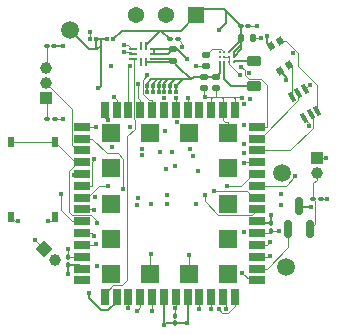
<source format=gbr>
%TF.GenerationSoftware,KiCad,Pcbnew,9.0.2*%
%TF.CreationDate,2025-11-14T19:25:59+05:30*%
%TF.ProjectId,Nade,4e616465-2e6b-4696-9361-645f70636258,rev?*%
%TF.SameCoordinates,Original*%
%TF.FileFunction,Copper,L1,Top*%
%TF.FilePolarity,Positive*%
%FSLAX46Y46*%
G04 Gerber Fmt 4.6, Leading zero omitted, Abs format (unit mm)*
G04 Created by KiCad (PCBNEW 9.0.2) date 2025-11-14 19:25:59*
%MOMM*%
%LPD*%
G01*
G04 APERTURE LIST*
G04 Aperture macros list*
%AMRoundRect*
0 Rectangle with rounded corners*
0 $1 Rounding radius*
0 $2 $3 $4 $5 $6 $7 $8 $9 X,Y pos of 4 corners*
0 Add a 4 corners polygon primitive as box body*
4,1,4,$2,$3,$4,$5,$6,$7,$8,$9,$2,$3,0*
0 Add four circle primitives for the rounded corners*
1,1,$1+$1,$2,$3*
1,1,$1+$1,$4,$5*
1,1,$1+$1,$6,$7*
1,1,$1+$1,$8,$9*
0 Add four rect primitives between the rounded corners*
20,1,$1+$1,$2,$3,$4,$5,0*
20,1,$1+$1,$4,$5,$6,$7,0*
20,1,$1+$1,$6,$7,$8,$9,0*
20,1,$1+$1,$8,$9,$2,$3,0*%
%AMRotRect*
0 Rectangle, with rotation*
0 The origin of the aperture is its center*
0 $1 length*
0 $2 width*
0 $3 Rotation angle, in degrees counterclockwise*
0 Add horizontal line*
21,1,$1,$2,0,0,$3*%
G04 Aperture macros list end*
%TA.AperFunction,ComponentPad*%
%ADD10C,1.000000*%
%TD*%
%TA.AperFunction,ComponentPad*%
%ADD11R,1.000000X1.000000*%
%TD*%
%TA.AperFunction,SMDPad,CuDef*%
%ADD12C,1.500000*%
%TD*%
%TA.AperFunction,ComponentPad*%
%ADD13C,1.500000*%
%TD*%
%TA.AperFunction,SMDPad,CuDef*%
%ADD14RoundRect,0.140000X0.170000X-0.140000X0.170000X0.140000X-0.170000X0.140000X-0.170000X-0.140000X0*%
%TD*%
%TA.AperFunction,SMDPad,CuDef*%
%ADD15R,1.350000X0.650000*%
%TD*%
%TA.AperFunction,SMDPad,CuDef*%
%ADD16R,0.650000X1.350000*%
%TD*%
%TA.AperFunction,SMDPad,CuDef*%
%ADD17R,1.500000X1.500000*%
%TD*%
%TA.AperFunction,SMDPad,CuDef*%
%ADD18RoundRect,0.100000X-0.100000X0.130000X-0.100000X-0.130000X0.100000X-0.130000X0.100000X0.130000X0*%
%TD*%
%TA.AperFunction,SMDPad,CuDef*%
%ADD19R,0.558800X0.950500*%
%TD*%
%TA.AperFunction,SMDPad,CuDef*%
%ADD20RoundRect,0.140000X-0.170000X0.140000X-0.170000X-0.140000X0.170000X-0.140000X0.170000X0.140000X0*%
%TD*%
%TA.AperFunction,SMDPad,CuDef*%
%ADD21RoundRect,0.100000X-0.130000X-0.100000X0.130000X-0.100000X0.130000X0.100000X-0.130000X0.100000X0*%
%TD*%
%TA.AperFunction,SMDPad,CuDef*%
%ADD22RoundRect,0.075000X-0.125000X-0.075000X0.125000X-0.075000X0.125000X0.075000X-0.125000X0.075000X0*%
%TD*%
%TA.AperFunction,SMDPad,CuDef*%
%ADD23RoundRect,0.100000X0.100000X-0.130000X0.100000X0.130000X-0.100000X0.130000X-0.100000X-0.130000X0*%
%TD*%
%TA.AperFunction,SMDPad,CuDef*%
%ADD24RoundRect,0.100000X0.130000X0.100000X-0.130000X0.100000X-0.130000X-0.100000X0.130000X-0.100000X0*%
%TD*%
%TA.AperFunction,SMDPad,CuDef*%
%ADD25RotRect,0.510000X0.630000X210.000000*%
%TD*%
%TA.AperFunction,SMDPad,CuDef*%
%ADD26RoundRect,0.140000X-0.140000X-0.170000X0.140000X-0.170000X0.140000X0.170000X-0.140000X0.170000X0*%
%TD*%
%TA.AperFunction,ComponentPad*%
%ADD27R,1.371600X1.371600*%
%TD*%
%TA.AperFunction,ComponentPad*%
%ADD28C,1.371600*%
%TD*%
%TA.AperFunction,SMDPad,CuDef*%
%ADD29RotRect,0.838200X0.355600X300.000000*%
%TD*%
%TA.AperFunction,SMDPad,CuDef*%
%ADD30RoundRect,0.218750X-0.381250X0.218750X-0.381250X-0.218750X0.381250X-0.218750X0.381250X0.218750X0*%
%TD*%
%TA.AperFunction,SMDPad,CuDef*%
%ADD31R,0.174998X0.774200*%
%TD*%
%TA.AperFunction,SMDPad,CuDef*%
%ADD32R,0.200000X0.800000*%
%TD*%
%TA.AperFunction,SMDPad,CuDef*%
%ADD33R,0.800000X0.200000*%
%TD*%
%TA.AperFunction,SMDPad,CuDef*%
%ADD34C,0.228600*%
%TD*%
%TA.AperFunction,SMDPad,CuDef*%
%ADD35RoundRect,0.135000X-0.185000X0.135000X-0.185000X-0.135000X0.185000X-0.135000X0.185000X0.135000X0*%
%TD*%
%TA.AperFunction,ComponentPad*%
%ADD36RotRect,1.000000X1.000000X225.000000*%
%TD*%
%TA.AperFunction,SMDPad,CuDef*%
%ADD37RoundRect,0.150000X0.150000X-0.587500X0.150000X0.587500X-0.150000X0.587500X-0.150000X-0.587500X0*%
%TD*%
%TA.AperFunction,ViaPad*%
%ADD38C,0.400000*%
%TD*%
%TA.AperFunction,Conductor*%
%ADD39C,0.100000*%
%TD*%
%TA.AperFunction,Conductor*%
%ADD40C,0.200000*%
%TD*%
G04 APERTURE END LIST*
D10*
%TO.P,Pyro,2,Pin_2*%
%TO.N,Net-(J6-Pin_2)*%
X142775000Y-101085000D03*
D11*
%TO.P,Pyro,1,Pin_1*%
%TO.N,GND*%
X142775000Y-99815000D03*
%TD*%
D12*
%TO.P,TP4,1,1*%
%TO.N,/PA11*%
X121925000Y-88975000D03*
%TD*%
D13*
%TO.P,GND,1,1*%
%TO.N,GND*%
X140225000Y-109025000D03*
%TD*%
D14*
%TO.P,C7,1*%
%TO.N,GND*%
X133384500Y-92035000D03*
%TO.P,C7,2*%
%TO.N,Net-(U1-VCC)*%
X133384500Y-91075000D03*
%TD*%
D15*
%TO.P,MCU1,1,PA6*%
%TO.N,/PA6*%
X122930000Y-97150000D03*
%TO.P,MCU1,2,PA7*%
%TO.N,/PA7*%
X122930000Y-98150000D03*
%TO.P,MCU1,3,BOOT0*%
%TO.N,Net-(J2-Pin_2)*%
X122930000Y-99150000D03*
%TO.P,MCU1,4,RESET*%
%TO.N,RESET'*%
X122930000Y-100150000D03*
%TO.P,MCU1,5,GND*%
%TO.N,GND*%
X122930000Y-101150000D03*
%TO.P,MCU1,6,PA9*%
%TO.N,Net-(J3-Pin_1)*%
X122930000Y-102150000D03*
%TO.P,MCU1,7,PC13*%
%TO.N,Net-(J3-Pin_2)*%
X122930000Y-103150000D03*
%TO.P,MCU1,8,PB11*%
%TO.N,Net-(J3-Pin_3)*%
X122930000Y-104150000D03*
%TO.P,MCU1,9,PB10*%
%TO.N,Net-(J3-Pin_4)*%
X122930000Y-105150000D03*
%TO.P,MCU1,10,PB12*%
%TO.N,Net-(J3-Pin_5)*%
X122930000Y-106150000D03*
%TO.P,MCU1,11,PB13*%
%TO.N,Net-(J3-Pin_6)*%
X122930000Y-107150000D03*
%TO.P,MCU1,12,GND*%
%TO.N,GND*%
X122930000Y-108150000D03*
%TO.P,MCU1,13,VDD*%
%TO.N,VDD*%
X122930000Y-109150000D03*
%TO.P,MCU1,14,PB1*%
%TO.N,unconnected-(MCU1-PB1-Pad14)*%
X122930000Y-110150000D03*
D16*
%TO.P,MCU1,15,PB2*%
%TO.N,/PB2*%
X124850000Y-111580000D03*
%TO.P,MCU1,16,PA11*%
%TO.N,/PA11*%
X125850000Y-111580000D03*
%TO.P,MCU1,17,PA10*%
%TO.N,/PA10*%
X126850000Y-111580000D03*
%TO.P,MCU1,18,PA12*%
%TO.N,Net-(J3-Pin_7)*%
X127850000Y-111580000D03*
%TO.P,MCU1,19,PB14*%
%TO.N,Net-(J3-Pin_8)*%
X128850000Y-111580000D03*
%TO.P,MCU1,20,VREF+*%
%TO.N,VDD*%
X129850000Y-111580000D03*
%TO.P,MCU1,21,GND*%
%TO.N,GND*%
X130850000Y-111580000D03*
%TO.P,MCU1,22,VDD*%
%TO.N,VDD*%
X131850000Y-111580000D03*
%TO.P,MCU1,23,PA13*%
%TO.N,/PA13*%
X132850000Y-111580000D03*
%TO.P,MCU1,24,PA14*%
%TO.N,/PA14*%
X133850000Y-111580000D03*
%TO.P,MCU1,25,PA15*%
%TO.N,/PA15*%
X134850000Y-111580000D03*
%TO.P,MCU1,26,PB3*%
%TO.N,/PB3*%
X135850000Y-111580000D03*
D15*
%TO.P,MCU1,27,PB4*%
%TO.N,Net-(J3-Pin_9)*%
X137770000Y-110150000D03*
%TO.P,MCU1,28,PB5*%
%TO.N,/PB5*%
X137770000Y-109150000D03*
%TO.P,MCU1,29,PB6*%
%TO.N,Net-(J7-Pin_1)*%
X137770000Y-108150000D03*
%TO.P,MCU1,30,PB7*%
%TO.N,Net-(J7-Pin_2)*%
X137770000Y-107150000D03*
%TO.P,MCU1,31,GND*%
%TO.N,GND*%
X137770000Y-106150000D03*
%TO.P,MCU1,32,VDD*%
%TO.N,VDD*%
X137770000Y-105150000D03*
%TO.P,MCU1,33,PC1*%
%TO.N,/PC1*%
X137770000Y-104150000D03*
%TO.P,MCU1,34,PC0*%
%TO.N,/PC0*%
X137770000Y-103150000D03*
%TO.P,MCU1,35,PC6*%
%TO.N,Net-(J3-Pin_14)*%
X137770000Y-102150000D03*
%TO.P,MCU1,36,PA3*%
%TO.N,/PA3*%
X137770000Y-101150000D03*
%TO.P,MCU1,37,PA2*%
%TO.N,/PA2*%
X137770000Y-100150000D03*
%TO.P,MCU1,38,PB15*%
%TO.N,/PB15*%
X137770000Y-99150000D03*
%TO.P,MCU1,39,PB9*%
%TO.N,/PB9*%
X137770000Y-98150000D03*
%TO.P,MCU1,40,PB8*%
%TO.N,Net-(J3-Pin_13)*%
X137770000Y-97150000D03*
D16*
%TO.P,MCU1,41,GND*%
%TO.N,GND*%
X135850000Y-95720000D03*
%TO.P,MCU1,42,GND*%
X134850000Y-95720000D03*
%TO.P,MCU1,43,GND*%
X133850000Y-95720000D03*
%TO.P,MCU1,44*%
%TO.N,N/C*%
X132850000Y-95720000D03*
%TO.P,MCU1,45,GND*%
%TO.N,GND*%
X131850000Y-95720000D03*
%TO.P,MCU1,46,GND*%
X130850000Y-95720000D03*
%TO.P,MCU1,47,PA0*%
%TO.N,/PA0*%
X129850000Y-95720000D03*
%TO.P,MCU1,48,PC2*%
%TO.N,Net-(J3-Pin_12)*%
X128850000Y-95720000D03*
%TO.P,MCU1,49,PA8*%
%TO.N,Net-(J3-Pin_11)*%
X127850000Y-95720000D03*
%TO.P,MCU1,50,PA5*%
%TO.N,Net-(J3-Pin_10)*%
X126850000Y-95720000D03*
%TO.P,MCU1,51,PA4*%
%TO.N,/PA4*%
X125850000Y-95720000D03*
%TO.P,MCU1,52,PA1*%
%TO.N,/PA1*%
X124850000Y-95720000D03*
D17*
%TO.P,MCU1,53,GND*%
%TO.N,GND*%
X125400000Y-97650000D03*
%TO.P,MCU1,54,GND*%
X125400000Y-100650000D03*
%TO.P,MCU1,55,GND*%
X125400000Y-103650000D03*
%TO.P,MCU1,56,GND*%
X125400000Y-106650000D03*
%TO.P,MCU1,57,GND*%
X125400000Y-109650000D03*
%TO.P,MCU1,58,GND*%
X128700000Y-109650000D03*
%TO.P,MCU1,59,GND*%
X132000000Y-109650000D03*
%TO.P,MCU1,60,GND*%
X135300000Y-109650000D03*
%TO.P,MCU1,61,GND*%
X135300000Y-106650000D03*
%TO.P,MCU1,62,GND*%
X135300000Y-103650000D03*
%TO.P,MCU1,63,GND*%
X135300000Y-100650000D03*
%TO.P,MCU1,64,GND*%
X135300000Y-97650000D03*
%TO.P,MCU1,65,GND*%
X132000000Y-97650000D03*
%TO.P,MCU1,66,GND*%
X128700000Y-97650000D03*
%TD*%
D18*
%TO.P,C2,1*%
%TO.N,GND*%
X121715000Y-108205000D03*
%TO.P,C2,2*%
%TO.N,VDD*%
X121715000Y-108845000D03*
%TD*%
D19*
%TO.P,SW3,1,1*%
%TO.N,GND*%
X116935801Y-104815649D03*
%TO.P,SW3,2,2*%
X120635799Y-104815649D03*
%TO.P,SW3,3,3*%
%TO.N,RESET'*%
X120635799Y-98454951D03*
%TO.P,SW3,4,4*%
X116935801Y-98454951D03*
%TD*%
D20*
%TO.P,C9,1*%
%TO.N,VDD*%
X134285400Y-92900000D03*
%TO.P,C9,2*%
%TO.N,GND*%
X134285400Y-93860000D03*
%TD*%
D21*
%TO.P,C6,1*%
%TO.N,Net-(SW2-A)*%
X136343800Y-88585000D03*
%TO.P,C6,2*%
%TO.N,GND*%
X136983800Y-88585000D03*
%TD*%
D22*
%TO.P,R11,1*%
%TO.N,/PA11*%
X125031600Y-89741100D03*
%TO.P,R11,2*%
%TO.N,Net-(SW2-A)*%
X125531600Y-89741100D03*
%TD*%
D23*
%TO.P,C4,1*%
%TO.N,GND*%
X138915000Y-105970000D03*
%TO.P,C4,2*%
%TO.N,VDD*%
X138915000Y-105330000D03*
%TD*%
D24*
%TO.P,R8,1*%
%TO.N,VDD*%
X120585000Y-90275000D03*
%TO.P,R8,2*%
%TO.N,Net-(J2-Pin_3)*%
X119945000Y-90275000D03*
%TD*%
D18*
%TO.P,C3,1*%
%TO.N,GND*%
X130815000Y-113155000D03*
%TO.P,C3,2*%
%TO.N,VDD*%
X130815000Y-113795000D03*
%TD*%
D25*
%TO.P,D1,A*%
%TO.N,VDD*%
X138895628Y-90340500D03*
%TO.P,D1,C*%
%TO.N,Net-(U4-DRAIN1)*%
X139692372Y-89880500D03*
%TD*%
D26*
%TO.P,C5,1*%
%TO.N,Net-(SW2-A)*%
X136409200Y-89595000D03*
%TO.P,C5,2*%
%TO.N,GND*%
X137369200Y-89595000D03*
%TD*%
D27*
%TO.P,SW2,1,A*%
%TO.N,Net-(SW2-A)*%
X132544800Y-87719000D03*
D28*
%TO.P,SW2,2,B*%
%TO.N,Net-(J4-Pin_1)*%
X130004796Y-87718997D03*
%TO.P,SW2,3,C*%
%TO.N,unconnected-(SW2-C-Pad3)*%
X127464800Y-87719000D03*
%TD*%
D29*
%TO.P,U4,1,SOURCE1*%
%TO.N,GND*%
X141790215Y-93966922D03*
%TO.P,U4,2,GATE1*%
%TO.N,/PB9*%
X141227300Y-94291921D03*
%TO.P,U4,3,DRAIN2*%
%TO.N,Net-(U4-DRAIN2)*%
X140664385Y-94616919D03*
%TO.P,U4,4,SOURCE2*%
%TO.N,GND*%
X141705785Y-96420678D03*
%TO.P,U4,5,GATE2*%
%TO.N,/PB15*%
X142268700Y-96095679D03*
%TO.P,U4,6,DRAIN1*%
%TO.N,Net-(U4-DRAIN1)*%
X142831615Y-95770681D03*
%TD*%
D25*
%TO.P,D2,A*%
%TO.N,VDD*%
X139676228Y-92393100D03*
%TO.P,D2,C*%
%TO.N,Net-(U4-DRAIN2)*%
X140472972Y-91933100D03*
%TD*%
D24*
%TO.P,R9,1*%
%TO.N,GND*%
X120615800Y-96478900D03*
%TO.P,R9,2*%
%TO.N,Net-(J2-Pin_1)*%
X119975800Y-96478900D03*
%TD*%
D30*
%TO.P,L1,1,1*%
%TO.N,Net-(U1-SW1)*%
X137490400Y-91547500D03*
%TO.P,L1,2,2*%
%TO.N,Net-(U1-SW2)*%
X137490400Y-93672500D03*
%TD*%
D31*
%TO.P,U2,1,NC*%
%TO.N,unconnected-(U2-NC-Pad1)*%
X127893101Y-91700124D03*
D32*
%TO.P,U2,2,IN+*%
%TO.N,VDD*%
X128305599Y-91688025D03*
D33*
%TO.P,U2,3,IN+*%
X129005649Y-91387999D03*
%TO.P,U2,4,IN-*%
%TO.N,Net-(R10-Pad1)*%
X129005649Y-90988000D03*
%TO.P,U2,5,IN-*%
X129005649Y-90588001D03*
D32*
%TO.P,U2,6,V+*%
%TO.N,Net-(SW2-A)*%
X128305599Y-90287975D03*
%TO.P,U2,7,NC*%
%TO.N,unconnected-(U2-NC-Pad7)*%
X127905601Y-90287975D03*
D33*
%TO.P,U2,8,REF*%
%TO.N,GND*%
X127205551Y-90588001D03*
%TO.P,U2,9,GND*%
X127205551Y-90988000D03*
%TO.P,U2,10,OUT*%
%TO.N,/PB2*%
X127205551Y-91387999D03*
%TD*%
D21*
%TO.P,C10,1*%
%TO.N,Net-(SW2-A)*%
X130370400Y-89725000D03*
%TO.P,C10,2*%
%TO.N,GND*%
X131010400Y-89725000D03*
%TD*%
D34*
%TO.P,U1,A1,IN*%
%TO.N,Net-(SW2-A)*%
X135764500Y-90837300D03*
%TO.P,U1,A2,IN*%
X135764499Y-91237299D03*
%TO.P,U1,A3,SW1*%
%TO.N,Net-(U1-SW1)*%
X135764500Y-91637301D03*
%TO.P,U1,B1,IN*%
%TO.N,Net-(SW2-A)*%
X135364498Y-90837300D03*
%TO.P,U1,B2,AGND*%
%TO.N,GND*%
X135364500Y-91237300D03*
%TO.P,U1,B3,GND*%
X135364501Y-91637299D03*
%TO.P,U1,C1,VCC*%
%TO.N,Net-(U1-VCC)*%
X134964499Y-90837301D03*
%TO.P,U1,C2,EN*%
%TO.N,GND*%
X134964500Y-91237300D03*
%TO.P,U1,C3,SW2*%
%TO.N,Net-(U1-SW2)*%
X134964502Y-91637300D03*
%TO.P,U1,D1,NC*%
%TO.N,unconnected-(U1-NC-PadD1)*%
X134564500Y-90837299D03*
%TO.P,U1,D2,RSV*%
%TO.N,unconnected-(U1-RSV-PadD2)*%
X134564501Y-91237301D03*
%TO.P,U1,D3,OUT*%
%TO.N,VDD*%
X134564500Y-91637300D03*
%TD*%
D22*
%TO.P,R12,1*%
%TO.N,GND*%
X123581600Y-89741100D03*
%TO.P,R12,2*%
%TO.N,/PA11*%
X124081600Y-89741100D03*
%TD*%
D35*
%TO.P,R10,1*%
%TO.N,Net-(R10-Pad1)*%
X130590399Y-90575000D03*
%TO.P,R10,2*%
%TO.N,VDD*%
X130590401Y-91595000D03*
%TD*%
D11*
%TO.P,J2,1,Pin_1*%
%TO.N,Net-(J2-Pin_1)*%
X119905000Y-94695000D03*
D10*
%TO.P,J2,2,Pin_2*%
%TO.N,Net-(J2-Pin_2)*%
X119905000Y-93424999D03*
%TO.P,J2,3,Pin_3*%
%TO.N,Net-(J2-Pin_3)*%
X119905001Y-92154997D03*
%TD*%
D20*
%TO.P,C8,1*%
%TO.N,VDD*%
X133285400Y-92930000D03*
%TO.P,C8,2*%
%TO.N,GND*%
X133285400Y-93890000D03*
%TD*%
D36*
%TO.P,Buzz,1,Pin_1*%
%TO.N,GND*%
X119725000Y-107515000D03*
D10*
%TO.P,Buzz,2,Pin_2*%
%TO.N,Net-(J8-Pin_2)*%
X120623026Y-108413026D03*
%TD*%
D12*
%TO.P,VDD,1,1*%
%TO.N,VDD*%
X139875000Y-101075000D03*
%TD*%
D37*
%TO.P,Q2,1,D*%
%TO.N,VDD*%
X141295000Y-103887500D03*
%TO.P,Q2,2,G*%
%TO.N,/PB5*%
X140345001Y-105762501D03*
%TO.P,Q2,3,S*%
%TO.N,Net-(J6-Pin_2)*%
X142245000Y-105762500D03*
%TD*%
D21*
%TO.P,R18,1*%
%TO.N,Net-(J6-Pin_2)*%
X142495000Y-103275000D03*
%TO.P,R18,2*%
%TO.N,GND*%
X143135000Y-103275000D03*
%TD*%
D38*
%TO.N,VDD*%
X142300000Y-103900000D03*
%TO.N,Net-(J7-Pin_2)*%
X138800000Y-106900000D03*
%TO.N,Net-(J7-Pin_1)*%
X138800000Y-108100000D03*
%TO.N,Net-(J3-Pin_6)*%
X124133900Y-107072100D03*
X136656900Y-106083500D03*
X136656900Y-96992300D03*
%TO.N,Net-(J3-Pin_3)*%
X132741800Y-100853000D03*
X123921700Y-104225900D03*
%TO.N,Net-(J3-Pin_11)*%
X127683100Y-93550200D03*
%TO.N,Net-(J3-Pin_8)*%
X130987500Y-96722400D03*
X128819400Y-112734600D03*
%TO.N,Net-(J3-Pin_7)*%
X129930500Y-97473700D03*
X127556900Y-112734600D03*
%TO.N,Net-(J3-Pin_5)*%
X125417800Y-98829700D03*
X123949500Y-106393400D03*
%TO.N,Net-(J3-Pin_13)*%
X136411400Y-92054600D03*
%TO.N,Net-(J3-Pin_4)*%
X121181600Y-102831300D03*
X136655300Y-98574500D03*
%TO.N,/PA10*%
X126800000Y-112500000D03*
%TO.N,/PA7*%
X126405000Y-102400000D03*
%TO.N,/PA13*%
X132800000Y-112600000D03*
%TO.N,/PA14*%
X133800000Y-112600000D03*
%TO.N,/PA15*%
X135100000Y-112550000D03*
%TO.N,/PB3*%
X134500000Y-112600000D03*
%TO.N,Net-(J3-Pin_12)*%
X128399700Y-92803800D03*
X137091000Y-92619500D03*
%TO.N,Net-(J3-Pin_2)*%
X125090000Y-102168700D03*
X136655300Y-99387000D03*
%TO.N,/PA2*%
X136600000Y-100200000D03*
%TO.N,Net-(J3-Pin_9)*%
X136660200Y-95259600D03*
X136500000Y-109500000D03*
%TO.N,Net-(J3-Pin_1)*%
X123973100Y-99913400D03*
X132287500Y-99624300D03*
%TO.N,Net-(J3-Pin_10)*%
X126968100Y-92000500D03*
X137121300Y-94759100D03*
%TO.N,Net-(J3-Pin_14)*%
X140975300Y-101325800D03*
X140766000Y-90935800D03*
%TO.N,/PA11*%
X123500000Y-111200000D03*
X124300000Y-93900000D03*
%TO.N,/PA3*%
X135200000Y-102200000D03*
%TO.N,/PA1*%
X125080000Y-96600000D03*
%TO.N,/PA4*%
X125600000Y-94600000D03*
%TO.N,/PC0*%
X134100000Y-102600000D03*
%TO.N,Net-(R10-Pad1)*%
X131800000Y-91400000D03*
%TO.N,Net-(SW2-A)*%
X134525000Y-88925000D03*
%TO.N,/PA6*%
X124100000Y-97200000D03*
%TO.N,/PC1*%
X133300000Y-102900000D03*
%TO.N,RESET'*%
X124200000Y-105300000D03*
%TO.N,VDD*%
X139875000Y-101075000D03*
X129900000Y-94200000D03*
X130100000Y-102900000D03*
X130900000Y-94200000D03*
X127600000Y-103800000D03*
X130400000Y-93700000D03*
X131800000Y-113800000D03*
X140200000Y-93200000D03*
X139800000Y-103800000D03*
X130900000Y-93700000D03*
X121300000Y-90300000D03*
X130400000Y-94200000D03*
X129900000Y-94700000D03*
X124000000Y-103100000D03*
X129500000Y-99300000D03*
X124191000Y-108898000D03*
X128400000Y-94200000D03*
X138600000Y-89500000D03*
X128900000Y-94200000D03*
X129900000Y-113900000D03*
X129400000Y-93700000D03*
X130000000Y-100700000D03*
X132100000Y-99000000D03*
X138900000Y-104600000D03*
X128900000Y-93700000D03*
X129900000Y-93700000D03*
X128400000Y-93700000D03*
X121700000Y-109600000D03*
X127700000Y-103200000D03*
X129400000Y-94200000D03*
%TO.N,GND*%
X130901000Y-94699500D03*
X117500000Y-105100000D03*
X143600000Y-99800000D03*
X135300000Y-103700000D03*
X125400000Y-97700000D03*
X125400000Y-106600000D03*
X126500000Y-90200000D03*
X127000000Y-97200000D03*
X121300000Y-96500000D03*
X128000000Y-99500000D03*
X135300000Y-100700000D03*
X135300000Y-109700000D03*
X120000000Y-105100000D03*
X130800000Y-100500000D03*
X125400000Y-103700000D03*
X130800000Y-112500000D03*
X131900000Y-94700000D03*
X125400000Y-92000000D03*
X133300000Y-94600000D03*
X135300000Y-106700000D03*
X139800000Y-102800000D03*
X142200000Y-93600000D03*
X142100000Y-97100000D03*
X138100000Y-89600000D03*
X137700000Y-88600000D03*
X121714000Y-107520000D03*
X128000000Y-99000000D03*
X132000000Y-97700000D03*
X128700000Y-97700000D03*
X132000000Y-108000000D03*
X136300000Y-92800000D03*
X139600000Y-106000000D03*
X125400000Y-100600000D03*
X125400000Y-109700000D03*
X131400000Y-90400000D03*
X122200000Y-101200000D03*
X123587000Y-89140700D03*
X130097000Y-103719000D03*
X126500000Y-90800000D03*
X130500000Y-99300000D03*
X132600000Y-92000000D03*
X132600000Y-103700000D03*
X128764900Y-107950000D03*
X118900000Y-106700000D03*
X136500000Y-94700000D03*
X128800000Y-103700000D03*
X143700000Y-103300000D03*
%TD*%
D39*
%TO.N,Net-(J6-Pin_2)*%
X142495000Y-101905000D02*
X142495000Y-103275000D01*
X142775000Y-101625000D02*
X142495000Y-101905000D01*
X142775000Y-101085000D02*
X142775000Y-101625000D01*
X142651000Y-103431000D02*
X142495000Y-103275000D01*
X142651000Y-105356500D02*
X142651000Y-103431000D01*
X142245000Y-105762500D02*
X142651000Y-105356500D01*
%TO.N,/PB5*%
X138545000Y-109150000D02*
X140345001Y-107349999D01*
X137770000Y-109150000D02*
X138545000Y-109150000D01*
X140345001Y-107349999D02*
X140345001Y-105762501D01*
%TO.N,Net-(J3-Pin_9)*%
X137150000Y-110150000D02*
X137770000Y-110150000D01*
X136500000Y-109500000D02*
X137150000Y-110150000D01*
D40*
%TO.N,VDD*%
X142300000Y-103900000D02*
X141307500Y-103900000D01*
X141307500Y-103900000D02*
X141295000Y-103887500D01*
D39*
%TO.N,GND*%
X128700000Y-108000000D02*
X128700000Y-109650000D01*
X128750000Y-107950000D02*
X128700000Y-108000000D01*
X128764900Y-107950000D02*
X128750000Y-107950000D01*
%TO.N,Net-(U4-DRAIN1)*%
X141200000Y-90873411D02*
X141200000Y-92000000D01*
X140207089Y-89880500D02*
X141200000Y-90873411D01*
X141200000Y-92000000D02*
X142831615Y-93631615D01*
X139692372Y-89880500D02*
X140207089Y-89880500D01*
X142831615Y-95770681D02*
X142831615Y-93631615D01*
%TO.N,GND*%
X132000000Y-108000000D02*
X132000000Y-109650000D01*
%TO.N,Net-(J7-Pin_2)*%
X138550000Y-107150000D02*
X137770000Y-107150000D01*
X138800000Y-106900000D02*
X138550000Y-107150000D01*
%TO.N,Net-(J7-Pin_1)*%
X138750000Y-108150000D02*
X137770000Y-108150000D01*
X138800000Y-108100000D02*
X138750000Y-108150000D01*
%TO.N,Net-(J3-Pin_6)*%
X124056000Y-107150000D02*
X124133900Y-107072100D01*
X122930000Y-107150000D02*
X124056000Y-107150000D01*
%TO.N,Net-(J3-Pin_3)*%
X123832600Y-104225900D02*
X123756700Y-104150000D01*
X123921700Y-104225900D02*
X123832600Y-104225900D01*
X122930000Y-104150000D02*
X123756700Y-104150000D01*
%TO.N,Net-(J3-Pin_11)*%
X127850000Y-95720000D02*
X127850000Y-94893300D01*
X127683100Y-94726400D02*
X127683100Y-93550200D01*
X127850000Y-94893300D02*
X127683100Y-94726400D01*
%TO.N,Net-(J3-Pin_8)*%
X128850000Y-112704000D02*
X128850000Y-111580000D01*
X128819400Y-112734600D02*
X128850000Y-112704000D01*
%TO.N,Net-(J3-Pin_7)*%
X127850000Y-112441500D02*
X127850000Y-111580000D01*
X127556900Y-112734600D02*
X127850000Y-112441500D01*
%TO.N,Net-(J3-Pin_5)*%
X122930000Y-106150000D02*
X123756700Y-106150000D01*
X123756700Y-106200600D02*
X123949500Y-106393400D01*
X123756700Y-106150000D02*
X123756700Y-106200600D01*
%TO.N,Net-(J3-Pin_13)*%
X137770000Y-97150000D02*
X138596700Y-97150000D01*
X138596700Y-93638000D02*
X138596700Y-97150000D01*
X138041200Y-93082500D02*
X138596700Y-93638000D01*
X137056700Y-93082500D02*
X138041200Y-93082500D01*
X136739300Y-92765100D02*
X137056700Y-93082500D01*
X136739300Y-92382500D02*
X136739300Y-92765100D01*
X136411400Y-92054600D02*
X136739300Y-92382500D01*
%TO.N,Net-(J3-Pin_4)*%
X121181600Y-104228300D02*
X121181600Y-102831300D01*
X122103300Y-105150000D02*
X121181600Y-104228300D01*
X122930000Y-105150000D02*
X122103300Y-105150000D01*
%TO.N,/PA10*%
X126800000Y-111630000D02*
X126850000Y-111580000D01*
X126800000Y-112500000D02*
X126800000Y-111630000D01*
%TO.N,/PA7*%
X126400000Y-102395000D02*
X126405000Y-102400000D01*
X126400000Y-99848000D02*
X126400000Y-102395000D01*
X125952000Y-99400000D02*
X126400000Y-99848000D01*
X125000000Y-99400000D02*
X125952000Y-99400000D01*
X123750000Y-98150000D02*
X125000000Y-99400000D01*
X122930000Y-98150000D02*
X123750000Y-98150000D01*
%TO.N,/PA13*%
X132850000Y-112550000D02*
X132850000Y-111580000D01*
X132800000Y-112600000D02*
X132850000Y-112550000D01*
%TO.N,/PA14*%
X133850000Y-112550000D02*
X133850000Y-111580000D01*
X133800000Y-112600000D02*
X133850000Y-112550000D01*
%TO.N,/PA15*%
X135100000Y-111830000D02*
X134850000Y-111580000D01*
X135100000Y-112550000D02*
X135100000Y-111830000D01*
%TO.N,/PB3*%
X135850000Y-112350000D02*
X135850000Y-111580000D01*
X135300000Y-112900000D02*
X135850000Y-112350000D01*
X134800000Y-112900000D02*
X135300000Y-112900000D01*
X134500000Y-112600000D02*
X134800000Y-112900000D01*
%TO.N,Net-(J3-Pin_12)*%
X128040200Y-93163300D02*
X128399700Y-92803800D01*
X128040200Y-94351600D02*
X128040200Y-93163300D01*
X128581900Y-94893300D02*
X128040200Y-94351600D01*
X128850000Y-94893300D02*
X128581900Y-94893300D01*
X128850000Y-95720000D02*
X128850000Y-94893300D01*
%TO.N,Net-(J3-Pin_2)*%
X124342000Y-102168700D02*
X125090000Y-102168700D01*
X123360700Y-103150000D02*
X124342000Y-102168700D01*
X122930000Y-103150000D02*
X123360700Y-103150000D01*
%TO.N,/PB15*%
X140546000Y-99150000D02*
X137770000Y-99150000D01*
X142451000Y-97245400D02*
X140546000Y-99150000D01*
X142451000Y-96278000D02*
X142451000Y-97245400D01*
X142269000Y-96095700D02*
X142451000Y-96278000D01*
X142268700Y-96095700D02*
X142269000Y-96095700D01*
%TO.N,/PA2*%
X136650000Y-100150000D02*
X137770000Y-100150000D01*
X136600000Y-100200000D02*
X136650000Y-100150000D01*
%TO.N,Net-(J3-Pin_1)*%
X123756700Y-100129800D02*
X123973100Y-99913400D01*
X123756700Y-102150000D02*
X123756700Y-100129800D01*
X122930000Y-102150000D02*
X123756700Y-102150000D01*
%TO.N,Net-(J3-Pin_10)*%
X126850000Y-92118600D02*
X126968100Y-92000500D01*
X126850000Y-94893300D02*
X126850000Y-92118600D01*
X126850000Y-95720000D02*
X126850000Y-94893300D01*
%TO.N,Net-(J3-Pin_14)*%
X140151100Y-102150000D02*
X140975300Y-101325800D01*
X137770000Y-102150000D02*
X140151100Y-102150000D01*
D40*
%TO.N,/PA11*%
X125850000Y-111178000D02*
X125850000Y-111580000D01*
X125850000Y-111982000D02*
X125850000Y-111580000D01*
X125132000Y-112700000D02*
X125850000Y-111982000D01*
X124568000Y-112700000D02*
X125132000Y-112700000D01*
X123500000Y-111632000D02*
X124568000Y-112700000D01*
X123500000Y-111200000D02*
X123500000Y-111632000D01*
X124500000Y-93700000D02*
X124300000Y-93900000D01*
X124500000Y-90300000D02*
X124500000Y-93700000D01*
X124081600Y-89741100D02*
X124081600Y-90600000D01*
X123550000Y-90600000D02*
X124081600Y-90600000D01*
X121925000Y-88975000D02*
X123550000Y-90600000D01*
X124200000Y-90600000D02*
X124500000Y-90300000D01*
X124081600Y-90600000D02*
X124200000Y-90600000D01*
X124082000Y-89741100D02*
X124557000Y-89741100D01*
X124557000Y-89741100D02*
X124580400Y-89741100D01*
X124580400Y-89741100D02*
X125032000Y-89741100D01*
X124580400Y-89741100D02*
X125031600Y-89741100D01*
X124557000Y-89963500D02*
X124557000Y-89741100D01*
X124500000Y-90020500D02*
X124557000Y-89963500D01*
X124500000Y-89741100D02*
X124500000Y-90020500D01*
X124500000Y-90020500D02*
X124500000Y-90300000D01*
D39*
%TO.N,Net-(J2-Pin_2)*%
X122580000Y-99150000D02*
X122930000Y-99150000D01*
X122104000Y-98674000D02*
X122580000Y-99150000D01*
X122104000Y-95624000D02*
X122104000Y-98674000D01*
X119905000Y-93425000D02*
X122104000Y-95624000D01*
%TO.N,Net-(J2-Pin_1)*%
X119975800Y-95622500D02*
X119975800Y-96478900D01*
X119976000Y-95622300D02*
X119975800Y-95622500D01*
X119976000Y-96478900D02*
X119976000Y-95622300D01*
X119976000Y-94765800D02*
X119905000Y-94695000D01*
X119976000Y-95622300D02*
X119976000Y-94765800D01*
%TO.N,Net-(J2-Pin_3)*%
X119945000Y-92115000D02*
X119905000Y-92155000D01*
X119945000Y-90275000D02*
X119945000Y-92115000D01*
%TO.N,/PA3*%
X137420000Y-101150000D02*
X137770000Y-101150000D01*
X136370000Y-102200000D02*
X137420000Y-101150000D01*
X135200000Y-102200000D02*
X136370000Y-102200000D01*
%TO.N,/PA1*%
X124850000Y-96370000D02*
X125080000Y-96600000D01*
X124850000Y-95720000D02*
X124850000Y-96370000D01*
%TO.N,/PA4*%
X125850000Y-94850000D02*
X125600000Y-94600000D01*
X125850000Y-95720000D02*
X125850000Y-94850000D01*
%TO.N,/PC0*%
X137420000Y-103150000D02*
X137770000Y-103150000D01*
X136870000Y-102600000D02*
X137420000Y-103150000D01*
X134100000Y-102600000D02*
X136870000Y-102600000D01*
%TO.N,/PB2*%
X127326000Y-91508400D02*
X127206000Y-91388000D01*
X127326000Y-96526000D02*
X127326000Y-91508400D01*
X127400000Y-96600000D02*
X127326000Y-96526000D01*
X127400000Y-97296400D02*
X127400000Y-96600000D01*
X126756000Y-97940400D02*
X127400000Y-97296400D01*
X126756000Y-110096000D02*
X126756000Y-97940400D01*
X126301000Y-110551000D02*
X126756000Y-110096000D01*
X125577000Y-110551000D02*
X126301000Y-110551000D01*
X124850000Y-111278000D02*
X125577000Y-110551000D01*
X124850000Y-111580000D02*
X124850000Y-111278000D01*
X127205600Y-91388000D02*
X127206000Y-91388000D01*
D40*
%TO.N,Net-(R10-Pad1)*%
X130975000Y-90575000D02*
X131800000Y-91400000D01*
X130590000Y-90575000D02*
X130975000Y-90575000D01*
X130577000Y-90588000D02*
X130590000Y-90575000D01*
X129006000Y-90588000D02*
X130577000Y-90588000D01*
X130177000Y-90988000D02*
X130590000Y-90575000D01*
X129006000Y-90988000D02*
X130177000Y-90988000D01*
X130590400Y-90575000D02*
X130590000Y-90575000D01*
X129005600Y-90588000D02*
X129005600Y-90988000D01*
X129005600Y-90988000D02*
X129006000Y-90988000D01*
%TO.N,Net-(U1-SW1)*%
X137490400Y-91547500D02*
X137490000Y-91547500D01*
X135809400Y-91592400D02*
X135764500Y-91637300D01*
X135809500Y-91592400D02*
X135809400Y-91592400D01*
X135854000Y-91547500D02*
X135809500Y-91592400D01*
X137490000Y-91547500D02*
X135854000Y-91547500D01*
X135809500Y-91592400D02*
X135765000Y-91637300D01*
%TO.N,Net-(U1-SW2)*%
X135572000Y-93672500D02*
X137490000Y-93672500D01*
X134965000Y-93064500D02*
X135572000Y-93672500D01*
X134965000Y-91637300D02*
X134965000Y-93064500D01*
X134964500Y-91637300D02*
X134965000Y-91637300D01*
X137490400Y-93672500D02*
X137490000Y-93672500D01*
D39*
%TO.N,Net-(U1-VCC)*%
X133384500Y-91075000D02*
X133385000Y-91075000D01*
X134964500Y-90837300D02*
X134964700Y-90837100D01*
X134699000Y-90572000D02*
X134964700Y-90837100D01*
X133888000Y-90572000D02*
X134699000Y-90572000D01*
X133385000Y-91075000D02*
X133888000Y-90572000D01*
X134964700Y-90837100D02*
X134965000Y-90837300D01*
D40*
%TO.N,Net-(SW2-A)*%
X135079000Y-88370600D02*
X134525000Y-88925000D01*
X135079000Y-87320600D02*
X135079000Y-88370600D01*
X135079000Y-87320600D02*
X136344000Y-88585000D01*
X134959000Y-87200000D02*
X135079000Y-87320600D01*
X133064000Y-87200000D02*
X134959000Y-87200000D01*
X132545000Y-87719000D02*
X133064000Y-87200000D01*
X126273000Y-89000000D02*
X129500000Y-89000000D01*
X125532000Y-89741100D02*
X126273000Y-89000000D01*
X128306000Y-90194400D02*
X128306000Y-90288000D01*
X129500000Y-89000000D02*
X128306000Y-90194400D01*
X136409000Y-88650400D02*
X136344000Y-88585000D01*
X136409000Y-89595000D02*
X136409000Y-88650400D01*
X136409200Y-89595000D02*
X136409000Y-89595000D01*
X128305600Y-90288000D02*
X128306000Y-90288000D01*
X125531600Y-89741100D02*
X125532000Y-89741100D01*
X135764500Y-91209400D02*
X135778700Y-91223600D01*
X135764500Y-91148200D02*
X135764500Y-91209400D01*
X135764500Y-90837300D02*
X135764500Y-91148200D01*
X135764500Y-91148200D02*
X135764500Y-91237300D01*
X135765000Y-91237300D02*
X135778700Y-91223600D01*
X132544800Y-87719000D02*
X132545000Y-87719000D01*
X130370400Y-89725000D02*
X130370000Y-89725000D01*
X136343800Y-88585000D02*
X136344000Y-88585000D01*
X136400000Y-90200000D02*
X136409000Y-90190800D01*
X136400000Y-90201800D02*
X136400000Y-90200000D01*
X135765000Y-90837300D02*
X136400000Y-90201800D01*
X136409000Y-90190800D02*
X136409000Y-89595000D01*
X136409000Y-90590800D02*
X136409000Y-90190800D01*
X136400000Y-90600000D02*
X136409000Y-90590800D01*
X136400000Y-90601800D02*
X136400000Y-90600000D01*
X135778700Y-91223600D02*
X136400000Y-90601800D01*
X129500000Y-89000000D02*
X129645000Y-89000000D01*
X129645000Y-89000000D02*
X130370000Y-89725000D01*
X131264000Y-89000000D02*
X129645000Y-89000000D01*
X132545000Y-87719000D02*
X131264000Y-89000000D01*
X129645000Y-89000000D02*
X129500000Y-89000000D01*
X135712300Y-90489100D02*
X135364000Y-90837300D01*
X135364500Y-90836900D02*
X135364500Y-90837300D01*
X135712300Y-90489100D02*
X135364500Y-90836900D01*
X136409000Y-89792600D02*
X135712300Y-90489100D01*
X136409000Y-90190800D02*
X136409000Y-89792600D01*
D39*
%TO.N,Net-(J6-Pin_2)*%
X142495000Y-101365000D02*
X142775000Y-101085000D01*
%TO.N,/PA6*%
X124050000Y-97150000D02*
X124100000Y-97200000D01*
X122930000Y-97150000D02*
X124050000Y-97150000D01*
%TO.N,/PC1*%
X133300000Y-103452000D02*
X133300000Y-102900000D01*
X134423000Y-104575000D02*
X133300000Y-103452000D01*
X137345000Y-104575000D02*
X134423000Y-104575000D01*
X137770000Y-104150000D02*
X137345000Y-104575000D01*
%TO.N,/PB9*%
X141227300Y-94501900D02*
X141227300Y-94291900D01*
X141227000Y-94502200D02*
X141227300Y-94501900D01*
X141227000Y-94291900D02*
X141227000Y-94502200D01*
X137982000Y-98150000D02*
X137770000Y-98150000D01*
X141227000Y-94905100D02*
X137982000Y-98150000D01*
X141227000Y-94502200D02*
X141227000Y-94905100D01*
%TO.N,RESET'*%
X122580000Y-100150000D02*
X122930000Y-100150000D01*
X121849000Y-100881000D02*
X122580000Y-100150000D01*
X121849000Y-104371000D02*
X121849000Y-100881000D01*
X122104000Y-104626000D02*
X121849000Y-104371000D01*
X123708000Y-104626000D02*
X122104000Y-104626000D01*
X124200000Y-105118000D02*
X123708000Y-104626000D01*
X124200000Y-105300000D02*
X124200000Y-105118000D01*
X116935900Y-98454900D02*
X116936000Y-98455000D01*
X116935800Y-98454900D02*
X116935900Y-98454900D01*
X116936000Y-98455000D02*
X118786000Y-98455000D01*
X122331000Y-100150000D02*
X122930000Y-100150000D01*
X120636000Y-98455000D02*
X122331000Y-100150000D01*
X118786000Y-98455000D02*
X120636000Y-98455000D01*
%TO.N,Net-(U4-DRAIN2)*%
X140664400Y-94406600D02*
X140664400Y-94616900D01*
X140664000Y-94406200D02*
X140664400Y-94406600D01*
X140664000Y-92124400D02*
X140664000Y-94406200D01*
X140473000Y-91933100D02*
X140664000Y-92124400D01*
X140664000Y-94406200D02*
X140664000Y-94616900D01*
%TO.N,Net-(U4-DRAIN1)*%
X139692400Y-89880500D02*
X139692000Y-89880500D01*
D40*
%TO.N,VDD*%
X130900000Y-94200000D02*
X130900000Y-93700000D01*
X131850000Y-113750000D02*
X131800000Y-113800000D01*
X131850000Y-111580000D02*
X131850000Y-113750000D01*
X137950000Y-105330000D02*
X137770000Y-105150000D01*
X138915000Y-105330000D02*
X137950000Y-105330000D01*
X129400000Y-94200000D02*
X129400000Y-93700000D01*
X130800000Y-93130000D02*
X131470000Y-93130000D01*
X128770000Y-93130000D02*
X129300000Y-93130000D01*
X128400000Y-93500000D02*
X128770000Y-93130000D01*
X128400000Y-93700000D02*
X128400000Y-93500000D01*
X130400000Y-94200000D02*
X130400000Y-93700000D01*
X128900000Y-94200000D02*
X128900000Y-93700000D01*
X129850000Y-113850000D02*
X129850000Y-111580000D01*
X129900000Y-113900000D02*
X129850000Y-113850000D01*
X130400000Y-93530000D02*
X130800000Y-93130000D01*
X130400000Y-93700000D02*
X130400000Y-93530000D01*
X132125000Y-93130000D02*
X131470000Y-93130000D01*
X129400000Y-93430000D02*
X129700000Y-93130000D01*
X129400000Y-93700000D02*
X129400000Y-93430000D01*
X128400000Y-94200000D02*
X128400000Y-93700000D01*
X121275000Y-90275000D02*
X121300000Y-90300000D01*
X120585000Y-90275000D02*
X121275000Y-90275000D01*
X122625000Y-108845000D02*
X122930000Y-109150000D01*
X121715000Y-108845000D02*
X122625000Y-108845000D01*
X128900000Y-93530000D02*
X129300000Y-93130000D01*
X128900000Y-93700000D02*
X128900000Y-93530000D01*
X131470000Y-93130000D02*
X130900000Y-93700000D01*
X129900000Y-94200000D02*
X129900000Y-93700000D01*
X130005000Y-113795000D02*
X129900000Y-113900000D01*
X130815000Y-113795000D02*
X130005000Y-113795000D01*
X129900000Y-93430000D02*
X130200000Y-93130000D01*
X129900000Y-93700000D02*
X129900000Y-93430000D01*
X129300000Y-93130000D02*
X129700000Y-93130000D01*
X121715000Y-109585000D02*
X121700000Y-109600000D01*
X121715000Y-108845000D02*
X121715000Y-109585000D01*
X131795000Y-113795000D02*
X131800000Y-113800000D01*
X130815000Y-113795000D02*
X131795000Y-113795000D01*
X130383000Y-91388000D02*
X130590000Y-91595000D01*
X129006000Y-91388000D02*
X130383000Y-91388000D01*
X138900000Y-105315000D02*
X138915000Y-105330000D01*
X138900000Y-104600000D02*
X138900000Y-105315000D01*
X133285400Y-92929600D02*
X133285400Y-92930000D01*
X133300000Y-92915000D02*
X133285400Y-92929600D01*
X132170000Y-93130000D02*
X132125000Y-93130000D01*
X132370000Y-92930000D02*
X132170000Y-93130000D01*
X133285000Y-92930000D02*
X132370000Y-92930000D01*
X133300000Y-92915000D02*
X133285000Y-92930000D01*
X130590400Y-91595400D02*
X130590400Y-91595000D01*
X131070000Y-92075000D02*
X130590400Y-91595400D01*
X132125000Y-93130000D02*
X131070000Y-92075000D01*
X131070000Y-92075000D02*
X130590000Y-91595000D01*
X134564500Y-92128600D02*
X134564500Y-91637300D01*
X134565000Y-92129100D02*
X134564500Y-92128600D01*
X134565000Y-91637300D02*
X134565000Y-92129100D01*
X129700000Y-93130000D02*
X130200000Y-93130000D01*
X130200000Y-93130000D02*
X130800000Y-93130000D01*
X139676200Y-92393200D02*
X139676200Y-92393100D01*
X139938000Y-92655000D02*
X139676200Y-92393200D01*
X140200000Y-92916900D02*
X139938000Y-92655000D01*
X140200000Y-93200000D02*
X140200000Y-92916900D01*
X139938000Y-92655000D02*
X139676000Y-92393100D01*
X128306000Y-91688000D02*
X128429600Y-91688000D01*
X130497000Y-91688000D02*
X130590000Y-91595000D01*
X128429600Y-91688000D02*
X130497000Y-91688000D01*
X128429600Y-91688000D02*
X128305600Y-91688000D01*
X138600000Y-90044800D02*
X138896000Y-90340500D01*
X138600000Y-89500000D02*
X138600000Y-90044800D01*
X133315000Y-92900000D02*
X133300000Y-92915000D01*
X134285000Y-92900000D02*
X133315000Y-92900000D01*
X134565000Y-92620900D02*
X134285000Y-92900000D01*
X134565000Y-92129100D02*
X134565000Y-92620900D01*
D39*
%TO.N,GND*%
X134700000Y-94600000D02*
X135400000Y-94600000D01*
X130815000Y-112515000D02*
X130800000Y-112500000D01*
X130815000Y-113155000D02*
X130815000Y-112515000D01*
X134850000Y-94750000D02*
X134700000Y-94600000D01*
X134850000Y-95720000D02*
X134850000Y-94750000D01*
X134200000Y-94600000D02*
X134700000Y-94600000D01*
X121279000Y-96478900D02*
X121300000Y-96500000D01*
X120616000Y-96478900D02*
X121279000Y-96478900D01*
X142790000Y-99800000D02*
X142775000Y-99815000D01*
X143600000Y-99800000D02*
X142790000Y-99800000D01*
X118910000Y-106700000D02*
X119725000Y-107515000D01*
X118900000Y-106700000D02*
X118910000Y-106700000D01*
X130850000Y-94750000D02*
X130850000Y-95720000D01*
X130901000Y-94699500D02*
X130850000Y-94750000D01*
X133850000Y-94750000D02*
X134000000Y-94600000D01*
X133850000Y-95720000D02*
X133850000Y-94750000D01*
X121715000Y-107521000D02*
X121714000Y-107520000D01*
X121715000Y-108205000D02*
X121715000Y-107521000D01*
X122880000Y-101200000D02*
X122930000Y-101150000D01*
X122200000Y-101200000D02*
X122880000Y-101200000D01*
X131850000Y-94750000D02*
X131850000Y-95720000D01*
X131900000Y-94700000D02*
X131850000Y-94750000D01*
X122875000Y-108205000D02*
X122930000Y-108150000D01*
X121715000Y-108205000D02*
X122875000Y-108205000D01*
X137685000Y-88585000D02*
X137700000Y-88600000D01*
X136984000Y-88585000D02*
X137685000Y-88585000D01*
X130850000Y-112450000D02*
X130800000Y-112500000D01*
X130850000Y-111580000D02*
X130850000Y-112450000D01*
X138735000Y-106150000D02*
X138915000Y-105970000D01*
X137770000Y-106150000D02*
X138735000Y-106150000D01*
X138945000Y-106000000D02*
X138915000Y-105970000D01*
X139600000Y-106000000D02*
X138945000Y-106000000D01*
X133300000Y-94600000D02*
X134000000Y-94600000D01*
X134000000Y-94600000D02*
X134200000Y-94600000D01*
X135300000Y-106700000D02*
X135300000Y-106650000D01*
X135051600Y-96748300D02*
X135300000Y-96748300D01*
X134850000Y-96546700D02*
X135051600Y-96748300D01*
X134850000Y-95720000D02*
X134850000Y-96546700D01*
X135300000Y-97650000D02*
X135300000Y-96748300D01*
X135364500Y-91750400D02*
X135364500Y-91637300D01*
X135365000Y-91750900D02*
X135364500Y-91750400D01*
X135365000Y-91864500D02*
X136300000Y-92800000D01*
X135365000Y-91750900D02*
X135365000Y-91864500D01*
X135300000Y-103700000D02*
X135300000Y-103650000D01*
X141902900Y-96617800D02*
X141705800Y-96420700D01*
X141903000Y-96617800D02*
X141902900Y-96617800D01*
X142100000Y-96814900D02*
X141903000Y-96617800D01*
X142100000Y-97100000D02*
X142100000Y-96814900D01*
X141903000Y-96617800D02*
X141706000Y-96420700D01*
X128700000Y-97700000D02*
X128700000Y-97650000D01*
X125400000Y-106600000D02*
X125400000Y-106650000D01*
X135300000Y-109700000D02*
X135300000Y-109650000D01*
X132000000Y-97700000D02*
X132000000Y-97650000D01*
X133285400Y-94237300D02*
X133285400Y-93890000D01*
X133285000Y-94237700D02*
X133285400Y-94237300D01*
X133285000Y-93890000D02*
X133285000Y-94237700D01*
X133285000Y-94585400D02*
X133300000Y-94600000D01*
X133285000Y-94237700D02*
X133285000Y-94585400D01*
X120635800Y-104815700D02*
X120635800Y-104815600D01*
X120493500Y-104958000D02*
X120635800Y-104815700D01*
X120351000Y-105100000D02*
X120493500Y-104958000D01*
X120000000Y-105100000D02*
X120351000Y-105100000D01*
X120493500Y-104958000D02*
X120636000Y-104816000D01*
X133384500Y-92034500D02*
X133384500Y-92035000D01*
X133367500Y-92017500D02*
X133384500Y-92034500D01*
X133350000Y-92000000D02*
X133367500Y-92017500D01*
X132600000Y-92000000D02*
X133350000Y-92000000D01*
X133367500Y-92017500D02*
X133385000Y-92035000D01*
X125400000Y-100600000D02*
X125400000Y-100650000D01*
X127205600Y-90587600D02*
X127205600Y-90588000D01*
X127012000Y-90394000D02*
X127205600Y-90587600D01*
X126818000Y-90200000D02*
X127012000Y-90394000D01*
X126500000Y-90200000D02*
X126818000Y-90200000D01*
X127012000Y-90394000D02*
X127206000Y-90588000D01*
X123581600Y-89443800D02*
X123581600Y-89741100D01*
X123587000Y-89438400D02*
X123581600Y-89443800D01*
X123587000Y-89140700D02*
X123587000Y-89438400D01*
X123587000Y-89438400D02*
X123587000Y-89736100D01*
X131010400Y-89725200D02*
X131010400Y-89725000D01*
X131205000Y-89919800D02*
X131010400Y-89725200D01*
X131400000Y-90114600D02*
X131205000Y-89919800D01*
X131400000Y-90400000D02*
X131400000Y-90114600D01*
X131205000Y-89919800D02*
X131010000Y-89725000D01*
X117220000Y-105100000D02*
X116936000Y-104816000D01*
X117500000Y-105100000D02*
X117220000Y-105100000D01*
X116935800Y-104815800D02*
X116935800Y-104815600D01*
X116936000Y-104816000D02*
X116935800Y-104815800D01*
X125400000Y-103700000D02*
X125400000Y-103650000D01*
X125400000Y-97700000D02*
X125400000Y-97650000D01*
X127205600Y-90987600D02*
X127205600Y-90988000D01*
X127112000Y-90894000D02*
X127205600Y-90987600D01*
X127018000Y-90800000D02*
X127112000Y-90894000D01*
X126500000Y-90800000D02*
X127018000Y-90800000D01*
X127112000Y-90894000D02*
X127206000Y-90988000D01*
X125400000Y-109700000D02*
X125400000Y-109650000D01*
X135300000Y-100700000D02*
X135300000Y-100650000D01*
X134285400Y-94186900D02*
X134285400Y-93860000D01*
X134285000Y-94187300D02*
X134285400Y-94186900D01*
X134285000Y-93860000D02*
X134285000Y-94187300D01*
X134285000Y-94514600D02*
X134200000Y-94600000D01*
X134285000Y-94187300D02*
X134285000Y-94514600D01*
X134965000Y-91237300D02*
X135364500Y-91237300D01*
X135365000Y-91237300D02*
X135365000Y-91750900D01*
X135364500Y-91237300D02*
X135365000Y-91237300D01*
X135400000Y-94600000D02*
X135700000Y-94600000D01*
X136400000Y-94600000D02*
X136500000Y-94700000D01*
X135700000Y-94600000D02*
X136400000Y-94600000D01*
X135850000Y-94750000D02*
X135700000Y-94600000D01*
X135850000Y-95720000D02*
X135850000Y-94750000D01*
X135700000Y-94600000D02*
X135400000Y-94600000D01*
X137369000Y-89595000D02*
X137369200Y-89595000D01*
X138095000Y-89595000D02*
X138100000Y-89600000D01*
X137369200Y-89595000D02*
X138095000Y-89595000D01*
X142157000Y-93600000D02*
X141790000Y-93966900D01*
X142200000Y-93600000D02*
X142157000Y-93600000D01*
%TO.N,Net-(U4-DRAIN1)*%
X142831615Y-93631615D02*
X142831615Y-93614561D01*
%TO.N,GND*%
X143700000Y-103300000D02*
X143160000Y-103300000D01*
X143160000Y-103300000D02*
X143135000Y-103275000D01*
%TD*%
M02*

</source>
